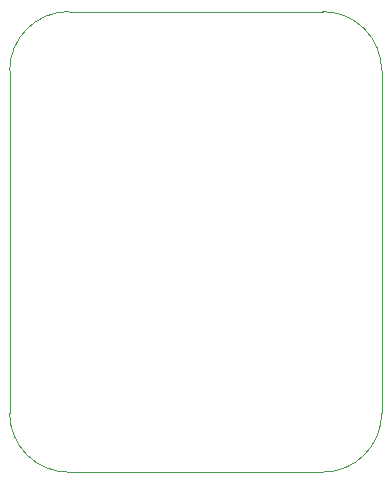
<source format=gbr>
%TF.GenerationSoftware,KiCad,Pcbnew,9.0.3*%
%TF.CreationDate,2025-09-02T10:47:08-04:00*%
%TF.ProjectId,simon,73696d6f-6e2e-46b6-9963-61645f706362,rev?*%
%TF.SameCoordinates,Original*%
%TF.FileFunction,Profile,NP*%
%FSLAX46Y46*%
G04 Gerber Fmt 4.6, Leading zero omitted, Abs format (unit mm)*
G04 Created by KiCad (PCBNEW 9.0.3) date 2025-09-02 10:47:08*
%MOMM*%
%LPD*%
G01*
G04 APERTURE LIST*
%TA.AperFunction,Profile*%
%ADD10C,0.050000*%
%TD*%
G04 APERTURE END LIST*
D10*
X131480000Y-76400000D02*
X131480000Y-105400000D01*
X136480000Y-110400000D02*
G75*
G02*
X131480000Y-105400000I0J5000000D01*
G01*
X162980000Y-76400000D02*
X162980000Y-105400000D01*
X136480000Y-110400000D02*
X157980000Y-110400000D01*
X136480000Y-71400000D02*
X157980000Y-71400000D01*
X131480000Y-76400000D02*
G75*
G02*
X136480000Y-71400000I5000000J0D01*
G01*
X162980000Y-105400000D02*
G75*
G02*
X157980000Y-110400000I-5000000J0D01*
G01*
X157980000Y-71400000D02*
G75*
G02*
X162980000Y-76400000I0J-5000000D01*
G01*
M02*

</source>
